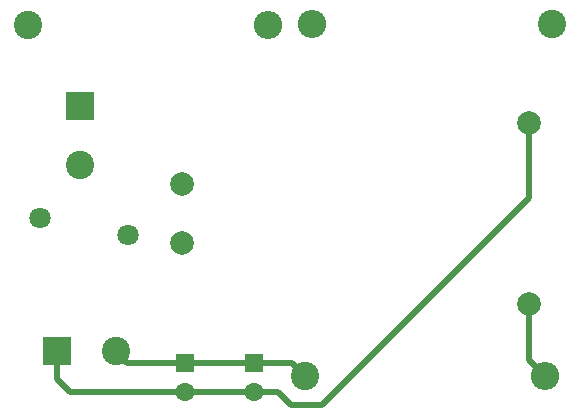
<source format=gbr>
G04 #@! TF.FileFunction,Copper,L2,Bot,Signal*
%FSLAX46Y46*%
G04 Gerber Fmt 4.6, Leading zero omitted, Abs format (unit mm)*
G04 Created by KiCad (PCBNEW 4.0.4-stable) date 03/24/18 22:40:38*
%MOMM*%
%LPD*%
G01*
G04 APERTURE LIST*
%ADD10C,0.100000*%
%ADD11C,2.000000*%
%ADD12R,2.400000X2.400000*%
%ADD13C,2.400000*%
%ADD14C,1.800000*%
%ADD15O,2.400000X2.400000*%
%ADD16R,1.600000X1.600000*%
%ADD17C,1.600000*%
%ADD18C,0.500000*%
G04 APERTURE END LIST*
D10*
D11*
X176470000Y-91970000D03*
X176470000Y-76570000D03*
X147070000Y-86770000D03*
X147070000Y-81770000D03*
D12*
X138390000Y-75160000D03*
D13*
X138390000Y-80160000D03*
D12*
X136430000Y-95950000D03*
D13*
X141430000Y-95950000D03*
D14*
X142490000Y-86060000D03*
X134990000Y-84660000D03*
D13*
X134010000Y-68280000D03*
D15*
X154330000Y-68280000D03*
D13*
X178350000Y-68240000D03*
D15*
X158030000Y-68240000D03*
D13*
X157430000Y-97990000D03*
D15*
X177750000Y-97990000D03*
D16*
X153130000Y-96910000D03*
D17*
X153130000Y-99410000D03*
D16*
X147280000Y-96910000D03*
D17*
X147280000Y-99410000D03*
D18*
X176470000Y-91970000D02*
X176470000Y-96710000D01*
X176470000Y-96710000D02*
X177750000Y-97990000D01*
X176520000Y-92020000D02*
X176470000Y-91970000D01*
X156340000Y-96900000D02*
X157430000Y-97990000D01*
X142380000Y-96900000D02*
X141430000Y-95950000D01*
X153120000Y-96900000D02*
X156340000Y-96900000D01*
X147290000Y-96900000D02*
X142380000Y-96900000D01*
X153120000Y-96900000D02*
X147290000Y-96900000D01*
X153120000Y-99400000D02*
X155160000Y-99400000D01*
X155160000Y-99400000D02*
X156250000Y-100490000D01*
X147290000Y-99400000D02*
X153120000Y-99400000D01*
X137580000Y-99400000D02*
X147290000Y-99400000D01*
X156250000Y-100490000D02*
X158930000Y-100490000D01*
X136430000Y-98250000D02*
X137580000Y-99400000D01*
X176470000Y-82950000D02*
X176470000Y-76570000D01*
X158930000Y-100490000D02*
X176470000Y-82950000D01*
X136430000Y-95950000D02*
X136430000Y-98250000D01*
M02*

</source>
